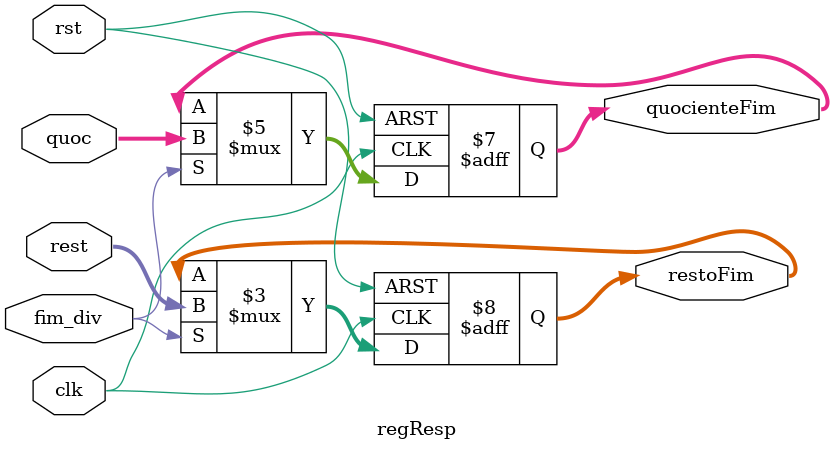
<source format=v>
module regResp (clk, rst, quoc, rest, fim_div, quocienteFim, restoFim);

input clk, rst, fim_div;
input [7:0] quoc;
input [8:0] rest;

output reg [7:0] quocienteFim;
output reg [8:0] restoFim;

always @ (posedge clk or posedge rst)
begin
	if (rst == 1'b1)
		begin
			quocienteFim <= 8'b0000_0000;
			restoFim <= 9'b000000000;
		end
	else
		if(fim_div)
			begin
				quocienteFim <= quoc;
				restoFim <= rest;
			end
 end
endmodule

</source>
